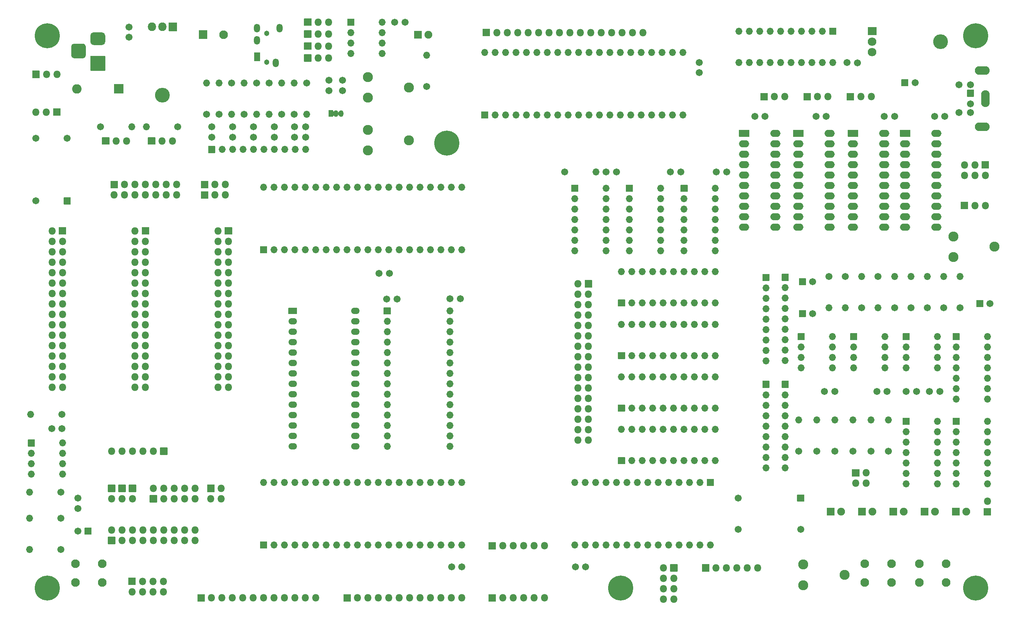
<source format=gbs>
G04 #@! TF.GenerationSoftware,KiCad,Pcbnew,(5.1.9)-1*
G04 #@! TF.CreationDate,2023-05-01T09:57:02+01:00*
G04 #@! TF.ProjectId,AT_65C02_Computer_Rev003,41545f36-3543-4303-925f-436f6d707574,Rev003*
G04 #@! TF.SameCoordinates,Original*
G04 #@! TF.FileFunction,Soldermask,Bot*
G04 #@! TF.FilePolarity,Negative*
%FSLAX46Y46*%
G04 Gerber Fmt 4.6, Leading zero omitted, Abs format (unit mm)*
G04 Created by KiCad (PCBNEW (5.1.9)-1) date 2023-05-01 09:57:02*
%MOMM*%
%LPD*%
G01*
G04 APERTURE LIST*
%ADD10O,2.102000X1.542000*%
%ADD11O,1.802000X1.802000*%
%ADD12C,6.102000*%
%ADD13C,1.702000*%
%ADD14C,2.102000*%
%ADD15O,1.702000X1.702000*%
%ADD16C,2.442000*%
%ADD17O,3.602000X3.602000*%
%ADD18O,2.102000X2.007000*%
%ADD19C,1.902000*%
%ADD20O,2.102000X4.102000*%
%ADD21O,3.602000X2.102000*%
%ADD22O,2.007000X2.102000*%
%ADD23O,2.302000X2.302000*%
%ADD24O,1.502000X2.102000*%
%ADD25C,1.302000*%
%ADD26O,1.152000X1.602000*%
%ADD27O,2.502000X1.702000*%
%ADD28C,0.100000*%
G04 APERTURE END LIST*
D10*
X174205000Y-169660000D03*
X158965000Y-169660000D03*
X174205000Y-167120000D03*
X158965000Y-167120000D03*
X174205000Y-164580000D03*
X158965000Y-164580000D03*
X174205000Y-162040000D03*
X158965000Y-162040000D03*
X174205000Y-159500000D03*
X158965000Y-159500000D03*
X174205000Y-156960000D03*
X158965000Y-156960000D03*
X174205000Y-154420000D03*
X158965000Y-154420000D03*
X174205000Y-151880000D03*
X158965000Y-151880000D03*
X174205000Y-149340000D03*
X158965000Y-149340000D03*
X174205000Y-146800000D03*
X158965000Y-146800000D03*
X174205000Y-144260000D03*
X158965000Y-144260000D03*
X174205000Y-141720000D03*
X158965000Y-141720000D03*
X174205000Y-139180000D03*
X158965000Y-139180000D03*
X174205000Y-136640000D03*
G36*
G01*
X157914000Y-137360000D02*
X157914000Y-135920000D01*
G75*
G02*
X157965000Y-135869000I51000J0D01*
G01*
X159965000Y-135869000D01*
G75*
G02*
X160016000Y-135920000I0J-51000D01*
G01*
X160016000Y-137360000D01*
G75*
G02*
X159965000Y-137411000I-51000J0D01*
G01*
X157965000Y-137411000D01*
G75*
G02*
X157914000Y-137360000I0J51000D01*
G01*
G37*
G36*
G01*
X115740000Y-193481000D02*
X114040000Y-193481000D01*
G75*
G02*
X113989000Y-193430000I0J51000D01*
G01*
X113989000Y-191730000D01*
G75*
G02*
X114040000Y-191679000I51000J0D01*
G01*
X115740000Y-191679000D01*
G75*
G02*
X115791000Y-191730000I0J-51000D01*
G01*
X115791000Y-193430000D01*
G75*
G02*
X115740000Y-193481000I-51000J0D01*
G01*
G37*
D11*
X114890000Y-190040000D03*
X117430000Y-192580000D03*
X117430000Y-190040000D03*
X119970000Y-192580000D03*
X119970000Y-190040000D03*
X122510000Y-192580000D03*
X122510000Y-190040000D03*
X125050000Y-192580000D03*
X125050000Y-190040000D03*
X127590000Y-192580000D03*
X127590000Y-190040000D03*
X130130000Y-192580000D03*
X130130000Y-190040000D03*
X132670000Y-192580000D03*
X132670000Y-190040000D03*
X135210000Y-192580000D03*
X135210000Y-190040000D03*
D12*
X196490000Y-95700000D03*
X238865000Y-204210000D03*
D13*
X119145000Y-69915000D03*
X119145000Y-67415000D03*
D14*
X112565000Y-198275000D03*
X112565000Y-202775000D03*
X106065000Y-198275000D03*
X106065000Y-202775000D03*
X318044000Y-198275000D03*
X318044000Y-202775000D03*
X311544000Y-198275000D03*
X311544000Y-202775000D03*
X304804000Y-198275000D03*
X304804000Y-202775000D03*
X298304000Y-198275000D03*
X298304000Y-202775000D03*
D11*
X299855000Y-84410000D03*
X297315000Y-84410000D03*
G36*
G01*
X295625000Y-85311000D02*
X293925000Y-85311000D01*
G75*
G02*
X293874000Y-85260000I0J51000D01*
G01*
X293874000Y-83560000D01*
G75*
G02*
X293925000Y-83509000I51000J0D01*
G01*
X295625000Y-83509000D01*
G75*
G02*
X295676000Y-83560000I0J-51000D01*
G01*
X295676000Y-85260000D01*
G75*
G02*
X295625000Y-85311000I-51000J0D01*
G01*
G37*
X289335000Y-84410000D03*
X286795000Y-84410000D03*
G36*
G01*
X285105000Y-85311000D02*
X283405000Y-85311000D01*
G75*
G02*
X283354000Y-85260000I0J51000D01*
G01*
X283354000Y-83560000D01*
G75*
G02*
X283405000Y-83509000I51000J0D01*
G01*
X285105000Y-83509000D01*
G75*
G02*
X285156000Y-83560000I0J-51000D01*
G01*
X285156000Y-85260000D01*
G75*
G02*
X285105000Y-85311000I-51000J0D01*
G01*
G37*
X278815000Y-84410000D03*
X276275000Y-84410000D03*
G36*
G01*
X274585000Y-85311000D02*
X272885000Y-85311000D01*
G75*
G02*
X272834000Y-85260000I0J51000D01*
G01*
X272834000Y-83560000D01*
G75*
G02*
X272885000Y-83509000I51000J0D01*
G01*
X274585000Y-83509000D01*
G75*
G02*
X274636000Y-83560000I0J-51000D01*
G01*
X274636000Y-85260000D01*
G75*
G02*
X274585000Y-85311000I-51000J0D01*
G01*
G37*
X228445000Y-168110000D03*
X230985000Y-168110000D03*
X228445000Y-165570000D03*
X230985000Y-165570000D03*
X228445000Y-163030000D03*
X230985000Y-163030000D03*
X228445000Y-160490000D03*
X230985000Y-160490000D03*
X228445000Y-157950000D03*
X230985000Y-157950000D03*
X228445000Y-155410000D03*
X230985000Y-155410000D03*
X228445000Y-152870000D03*
X230985000Y-152870000D03*
X228445000Y-150330000D03*
X230985000Y-150330000D03*
X228445000Y-147790000D03*
X230985000Y-147790000D03*
X228445000Y-145250000D03*
X230985000Y-145250000D03*
X228445000Y-142710000D03*
X230985000Y-142710000D03*
X228445000Y-140170000D03*
X230985000Y-140170000D03*
X228445000Y-137630000D03*
X230985000Y-137630000D03*
X228445000Y-135090000D03*
X230985000Y-135090000D03*
X228445000Y-132550000D03*
X230985000Y-132550000D03*
X228445000Y-130010000D03*
G36*
G01*
X230084000Y-130860000D02*
X230084000Y-129160000D01*
G75*
G02*
X230135000Y-129109000I51000J0D01*
G01*
X231835000Y-129109000D01*
G75*
G02*
X231886000Y-129160000I0J-51000D01*
G01*
X231886000Y-130860000D01*
G75*
G02*
X231835000Y-130911000I-51000J0D01*
G01*
X230135000Y-130911000D01*
G75*
G02*
X230084000Y-130860000I0J51000D01*
G01*
G37*
D15*
X239045000Y-139876666D03*
X261905000Y-147496666D03*
X241585000Y-139876666D03*
X259365000Y-147496666D03*
X244125000Y-139876666D03*
X256825000Y-147496666D03*
X246665000Y-139876666D03*
X254285000Y-147496666D03*
X249205000Y-139876666D03*
X251745000Y-147496666D03*
X251745000Y-139876666D03*
X249205000Y-147496666D03*
X254285000Y-139876666D03*
X246665000Y-147496666D03*
X256825000Y-139876666D03*
X244125000Y-147496666D03*
X259365000Y-139876666D03*
X241585000Y-147496666D03*
X261905000Y-139876666D03*
G36*
G01*
X239845000Y-148347666D02*
X238245000Y-148347666D01*
G75*
G02*
X238194000Y-148296666I0J51000D01*
G01*
X238194000Y-146696666D01*
G75*
G02*
X238245000Y-146645666I51000J0D01*
G01*
X239845000Y-146645666D01*
G75*
G02*
X239896000Y-146696666I0J-51000D01*
G01*
X239896000Y-148296666D01*
G75*
G02*
X239845000Y-148347666I-51000J0D01*
G01*
G37*
X239045000Y-127060000D03*
X261905000Y-134680000D03*
X241585000Y-127060000D03*
X259365000Y-134680000D03*
X244125000Y-127060000D03*
X256825000Y-134680000D03*
X246665000Y-127060000D03*
X254285000Y-134680000D03*
X249205000Y-127060000D03*
X251745000Y-134680000D03*
X251745000Y-127060000D03*
X249205000Y-134680000D03*
X254285000Y-127060000D03*
X246665000Y-134680000D03*
X256825000Y-127060000D03*
X244125000Y-134680000D03*
X259365000Y-127060000D03*
X241585000Y-134680000D03*
X261905000Y-127060000D03*
G36*
G01*
X239845000Y-135531000D02*
X238245000Y-135531000D01*
G75*
G02*
X238194000Y-135480000I0J51000D01*
G01*
X238194000Y-133880000D01*
G75*
G02*
X238245000Y-133829000I51000J0D01*
G01*
X239845000Y-133829000D01*
G75*
G02*
X239896000Y-133880000I0J-51000D01*
G01*
X239896000Y-135480000D01*
G75*
G02*
X239845000Y-135531000I-51000J0D01*
G01*
G37*
X239045000Y-152693332D03*
X261905000Y-160313332D03*
X241585000Y-152693332D03*
X259365000Y-160313332D03*
X244125000Y-152693332D03*
X256825000Y-160313332D03*
X246665000Y-152693332D03*
X254285000Y-160313332D03*
X249205000Y-152693332D03*
X251745000Y-160313332D03*
X251745000Y-152693332D03*
X249205000Y-160313332D03*
X254285000Y-152693332D03*
X246665000Y-160313332D03*
X256825000Y-152693332D03*
X244125000Y-160313332D03*
X259365000Y-152693332D03*
X241585000Y-160313332D03*
X261905000Y-152693332D03*
G36*
G01*
X239845000Y-161164332D02*
X238245000Y-161164332D01*
G75*
G02*
X238194000Y-161113332I0J51000D01*
G01*
X238194000Y-159513332D01*
G75*
G02*
X238245000Y-159462332I51000J0D01*
G01*
X239845000Y-159462332D01*
G75*
G02*
X239896000Y-159513332I0J-51000D01*
G01*
X239896000Y-161113332D01*
G75*
G02*
X239845000Y-161164332I-51000J0D01*
G01*
G37*
X239045000Y-165510000D03*
X261905000Y-173130000D03*
X241585000Y-165510000D03*
X259365000Y-173130000D03*
X244125000Y-165510000D03*
X256825000Y-173130000D03*
X246665000Y-165510000D03*
X254285000Y-173130000D03*
X249205000Y-165510000D03*
X251745000Y-173130000D03*
X251745000Y-165510000D03*
X249205000Y-173130000D03*
X254285000Y-165510000D03*
X246665000Y-173130000D03*
X256825000Y-165510000D03*
X244125000Y-173130000D03*
X259365000Y-165510000D03*
X241585000Y-173130000D03*
X261905000Y-165510000D03*
G36*
G01*
X239845000Y-173981000D02*
X238245000Y-173981000D01*
G75*
G02*
X238194000Y-173930000I0J51000D01*
G01*
X238194000Y-172330000D01*
G75*
G02*
X238245000Y-172279000I51000J0D01*
G01*
X239845000Y-172279000D01*
G75*
G02*
X239896000Y-172330000I0J-51000D01*
G01*
X239896000Y-173930000D01*
G75*
G02*
X239845000Y-173981000I-51000J0D01*
G01*
G37*
D16*
X319885000Y-118480000D03*
X329885000Y-120980000D03*
X319885000Y-123480000D03*
D11*
X220255000Y-206560000D03*
X217715000Y-206560000D03*
X215175000Y-206560000D03*
X212635000Y-206560000D03*
X210095000Y-206560000D03*
G36*
G01*
X208405000Y-207461000D02*
X206705000Y-207461000D01*
G75*
G02*
X206654000Y-207410000I0J51000D01*
G01*
X206654000Y-205710000D01*
G75*
G02*
X206705000Y-205659000I51000J0D01*
G01*
X208405000Y-205659000D01*
G75*
G02*
X208456000Y-205710000I0J-51000D01*
G01*
X208456000Y-207410000D01*
G75*
G02*
X208405000Y-207461000I-51000J0D01*
G01*
G37*
G36*
G01*
X208405000Y-194761000D02*
X206705000Y-194761000D01*
G75*
G02*
X206654000Y-194710000I0J51000D01*
G01*
X206654000Y-193010000D01*
G75*
G02*
X206705000Y-192959000I51000J0D01*
G01*
X208405000Y-192959000D01*
G75*
G02*
X208456000Y-193010000I0J-51000D01*
G01*
X208456000Y-194710000D01*
G75*
G02*
X208405000Y-194761000I-51000J0D01*
G01*
G37*
X210095000Y-193860000D03*
X212635000Y-193860000D03*
X215175000Y-193860000D03*
X217715000Y-193860000D03*
X220255000Y-193860000D03*
X249245000Y-206870000D03*
X251785000Y-206870000D03*
X249245000Y-204330000D03*
X251785000Y-204330000D03*
X249245000Y-201790000D03*
X251785000Y-201790000D03*
X249245000Y-199250000D03*
G36*
G01*
X250884000Y-200100000D02*
X250884000Y-198400000D01*
G75*
G02*
X250935000Y-198349000I51000J0D01*
G01*
X252635000Y-198349000D01*
G75*
G02*
X252686000Y-198400000I0J-51000D01*
G01*
X252686000Y-200100000D01*
G75*
G02*
X252635000Y-200151000I-51000J0D01*
G01*
X250935000Y-200151000D01*
G75*
G02*
X250884000Y-200100000I0J51000D01*
G01*
G37*
D17*
X316725000Y-70960000D03*
G36*
G01*
X299065000Y-67416500D02*
X301065000Y-67416500D01*
G75*
G02*
X301116000Y-67467500I0J-51000D01*
G01*
X301116000Y-69372500D01*
G75*
G02*
X301065000Y-69423500I-51000J0D01*
G01*
X299065000Y-69423500D01*
G75*
G02*
X299014000Y-69372500I0J51000D01*
G01*
X299014000Y-67467500D01*
G75*
G02*
X299065000Y-67416500I51000J0D01*
G01*
G37*
D18*
X300065000Y-70960000D03*
X300065000Y-73500000D03*
G36*
G01*
X152705000Y-194511000D02*
X151105000Y-194511000D01*
G75*
G02*
X151054000Y-194460000I0J51000D01*
G01*
X151054000Y-192860000D01*
G75*
G02*
X151105000Y-192809000I51000J0D01*
G01*
X152705000Y-192809000D01*
G75*
G02*
X152756000Y-192860000I0J-51000D01*
G01*
X152756000Y-194460000D01*
G75*
G02*
X152705000Y-194511000I-51000J0D01*
G01*
G37*
D15*
X200165000Y-178420000D03*
X154445000Y-193660000D03*
X197625000Y-178420000D03*
X156985000Y-193660000D03*
X195085000Y-178420000D03*
X159525000Y-193660000D03*
X192545000Y-178420000D03*
X162065000Y-193660000D03*
X190005000Y-178420000D03*
X164605000Y-193660000D03*
X187465000Y-178420000D03*
X167145000Y-193660000D03*
X184925000Y-178420000D03*
X169685000Y-193660000D03*
X182385000Y-178420000D03*
X172225000Y-193660000D03*
X179845000Y-178420000D03*
X174765000Y-193660000D03*
X177305000Y-178420000D03*
X177305000Y-193660000D03*
X174765000Y-178420000D03*
X179845000Y-193660000D03*
X172225000Y-178420000D03*
X182385000Y-193660000D03*
X169685000Y-178420000D03*
X184925000Y-193660000D03*
X167145000Y-178420000D03*
X187465000Y-193660000D03*
X164605000Y-178420000D03*
X190005000Y-193660000D03*
X162065000Y-178420000D03*
X192545000Y-193660000D03*
X159525000Y-178420000D03*
X195085000Y-193660000D03*
X156985000Y-178420000D03*
X197625000Y-193660000D03*
X154445000Y-178420000D03*
X200165000Y-193660000D03*
X151905000Y-178420000D03*
G36*
G01*
X259865000Y-177609000D02*
X261465000Y-177609000D01*
G75*
G02*
X261516000Y-177660000I0J-51000D01*
G01*
X261516000Y-179260000D01*
G75*
G02*
X261465000Y-179311000I-51000J0D01*
G01*
X259865000Y-179311000D01*
G75*
G02*
X259814000Y-179260000I0J51000D01*
G01*
X259814000Y-177660000D01*
G75*
G02*
X259865000Y-177609000I51000J0D01*
G01*
G37*
X227645000Y-193700000D03*
X258125000Y-178460000D03*
X230185000Y-193700000D03*
X255585000Y-178460000D03*
X232725000Y-193700000D03*
X253045000Y-178460000D03*
X235265000Y-193700000D03*
X250505000Y-178460000D03*
X237805000Y-193700000D03*
X247965000Y-178460000D03*
X240345000Y-193700000D03*
X245425000Y-178460000D03*
X242885000Y-193700000D03*
X242885000Y-178460000D03*
X245425000Y-193700000D03*
X240345000Y-178460000D03*
X247965000Y-193700000D03*
X237805000Y-178460000D03*
X250505000Y-193700000D03*
X235265000Y-178460000D03*
X253045000Y-193700000D03*
X232725000Y-178460000D03*
X255585000Y-193700000D03*
X230185000Y-178460000D03*
X258125000Y-193700000D03*
X227645000Y-178460000D03*
X260665000Y-193700000D03*
X151905000Y-106460000D03*
X200165000Y-121700000D03*
X154445000Y-106460000D03*
X197625000Y-121700000D03*
X156985000Y-106460000D03*
X195085000Y-121700000D03*
X159525000Y-106460000D03*
X192545000Y-121700000D03*
X162065000Y-106460000D03*
X190005000Y-121700000D03*
X164605000Y-106460000D03*
X187465000Y-121700000D03*
X167145000Y-106460000D03*
X184925000Y-121700000D03*
X169685000Y-106460000D03*
X182385000Y-121700000D03*
X172225000Y-106460000D03*
X179845000Y-121700000D03*
X174765000Y-106460000D03*
X177305000Y-121700000D03*
X177305000Y-106460000D03*
X174765000Y-121700000D03*
X179845000Y-106460000D03*
X172225000Y-121700000D03*
X182385000Y-106460000D03*
X169685000Y-121700000D03*
X184925000Y-106460000D03*
X167145000Y-121700000D03*
X187465000Y-106460000D03*
X164605000Y-121700000D03*
X190005000Y-106460000D03*
X162065000Y-121700000D03*
X192545000Y-106460000D03*
X159525000Y-121700000D03*
X195085000Y-106460000D03*
X156985000Y-121700000D03*
X197625000Y-106460000D03*
X154445000Y-121700000D03*
X200165000Y-106460000D03*
G36*
G01*
X152705000Y-122551000D02*
X151105000Y-122551000D01*
G75*
G02*
X151054000Y-122500000I0J51000D01*
G01*
X151054000Y-120900000D01*
G75*
G02*
X151105000Y-120849000I51000J0D01*
G01*
X152705000Y-120849000D01*
G75*
G02*
X152756000Y-120900000I0J-51000D01*
G01*
X152756000Y-122500000D01*
G75*
G02*
X152705000Y-122551000I-51000J0D01*
G01*
G37*
G36*
G01*
X206525000Y-89711000D02*
X204925000Y-89711000D01*
G75*
G02*
X204874000Y-89660000I0J51000D01*
G01*
X204874000Y-88060000D01*
G75*
G02*
X204925000Y-88009000I51000J0D01*
G01*
X206525000Y-88009000D01*
G75*
G02*
X206576000Y-88060000I0J-51000D01*
G01*
X206576000Y-89660000D01*
G75*
G02*
X206525000Y-89711000I-51000J0D01*
G01*
G37*
X253985000Y-73620000D03*
X208265000Y-88860000D03*
X251445000Y-73620000D03*
X210805000Y-88860000D03*
X248905000Y-73620000D03*
X213345000Y-88860000D03*
X246365000Y-73620000D03*
X215885000Y-88860000D03*
X243825000Y-73620000D03*
X218425000Y-88860000D03*
X241285000Y-73620000D03*
X220965000Y-88860000D03*
X238745000Y-73620000D03*
X223505000Y-88860000D03*
X236205000Y-73620000D03*
X226045000Y-88860000D03*
X233665000Y-73620000D03*
X228585000Y-88860000D03*
X231125000Y-73620000D03*
X231125000Y-88860000D03*
X228585000Y-73620000D03*
X233665000Y-88860000D03*
X226045000Y-73620000D03*
X236205000Y-88860000D03*
X223505000Y-73620000D03*
X238745000Y-88860000D03*
X220965000Y-73620000D03*
X241285000Y-88860000D03*
X218425000Y-73620000D03*
X243825000Y-88860000D03*
X215885000Y-73620000D03*
X246365000Y-88860000D03*
X213345000Y-73620000D03*
X248905000Y-88860000D03*
X210805000Y-73620000D03*
X251445000Y-88860000D03*
X208265000Y-73620000D03*
X253985000Y-88860000D03*
X205725000Y-73620000D03*
D19*
X192015000Y-69280000D03*
G36*
G01*
X188524000Y-70180000D02*
X188524000Y-68380000D01*
G75*
G02*
X188575000Y-68329000I51000J0D01*
G01*
X190375000Y-68329000D01*
G75*
G02*
X190426000Y-68380000I0J-51000D01*
G01*
X190426000Y-70180000D01*
G75*
G02*
X190375000Y-70231000I-51000J0D01*
G01*
X188575000Y-70231000D01*
G75*
G02*
X188524000Y-70180000I0J51000D01*
G01*
G37*
D13*
X230305000Y-198990000D03*
X227805000Y-198990000D03*
D11*
X272235000Y-199250000D03*
X269695000Y-199250000D03*
X267155000Y-199250000D03*
X264615000Y-199250000D03*
X262075000Y-199250000D03*
G36*
G01*
X260385000Y-200151000D02*
X258685000Y-200151000D01*
G75*
G02*
X258634000Y-200100000I0J51000D01*
G01*
X258634000Y-198400000D01*
G75*
G02*
X258685000Y-198349000I51000J0D01*
G01*
X260385000Y-198349000D01*
G75*
G02*
X260436000Y-198400000I0J-51000D01*
G01*
X260436000Y-200100000D01*
G75*
G02*
X260385000Y-200151000I-51000J0D01*
G01*
G37*
D16*
X177245000Y-79640000D03*
X187245000Y-82140000D03*
X177245000Y-84640000D03*
G36*
G01*
X289715000Y-67569000D02*
X291315000Y-67569000D01*
G75*
G02*
X291366000Y-67620000I0J-51000D01*
G01*
X291366000Y-69220000D01*
G75*
G02*
X291315000Y-69271000I-51000J0D01*
G01*
X289715000Y-69271000D01*
G75*
G02*
X289664000Y-69220000I0J51000D01*
G01*
X289664000Y-67620000D01*
G75*
G02*
X289715000Y-67569000I51000J0D01*
G01*
G37*
D15*
X267655000Y-76040000D03*
X287975000Y-68420000D03*
X270195000Y-76040000D03*
X285435000Y-68420000D03*
X272735000Y-76040000D03*
X282895000Y-68420000D03*
X275275000Y-76040000D03*
X280355000Y-68420000D03*
X277815000Y-76040000D03*
X277815000Y-68420000D03*
X280355000Y-76040000D03*
X275275000Y-68420000D03*
X282895000Y-76040000D03*
X272735000Y-68420000D03*
X285435000Y-76040000D03*
X270195000Y-68420000D03*
X287975000Y-76040000D03*
X267655000Y-68420000D03*
X290515000Y-76040000D03*
D13*
X253485000Y-102760000D03*
X250985000Y-102760000D03*
D12*
X99225000Y-204210000D03*
X99225000Y-69590000D03*
X325285000Y-69590000D03*
X325285000Y-204210000D03*
D11*
X244225000Y-68760000D03*
X241685000Y-68760000D03*
X239145000Y-68760000D03*
X236605000Y-68760000D03*
X234065000Y-68760000D03*
X231525000Y-68760000D03*
X228985000Y-68760000D03*
X226445000Y-68760000D03*
X223905000Y-68760000D03*
X221365000Y-68760000D03*
X218825000Y-68760000D03*
X216285000Y-68760000D03*
X213745000Y-68760000D03*
X211205000Y-68760000D03*
X208665000Y-68760000D03*
G36*
G01*
X206975000Y-69661000D02*
X205275000Y-69661000D01*
G75*
G02*
X205224000Y-69610000I0J51000D01*
G01*
X205224000Y-67910000D01*
G75*
G02*
X205275000Y-67859000I51000J0D01*
G01*
X206975000Y-67859000D01*
G75*
G02*
X207026000Y-67910000I0J-51000D01*
G01*
X207026000Y-69610000D01*
G75*
G02*
X206975000Y-69661000I-51000J0D01*
G01*
G37*
D13*
X182497000Y-127502000D03*
X179997000Y-127502000D03*
X106655000Y-182270000D03*
X106655000Y-184770000D03*
X181895000Y-133710000D03*
X184395000Y-133710000D03*
X102815000Y-165290000D03*
X100315000Y-165290000D03*
X197275000Y-133670000D03*
X199775000Y-133670000D03*
X293955000Y-76040000D03*
X296455000Y-76170000D03*
G36*
G01*
X110006000Y-189510000D02*
X110006000Y-191110000D01*
G75*
G02*
X109955000Y-191161000I-51000J0D01*
G01*
X108355000Y-191161000D01*
G75*
G02*
X108304000Y-191110000I0J51000D01*
G01*
X108304000Y-189510000D01*
G75*
G02*
X108355000Y-189459000I51000J0D01*
G01*
X109955000Y-189459000D01*
G75*
G02*
X110006000Y-189510000I0J-51000D01*
G01*
G37*
X106655000Y-190310000D03*
X237785000Y-102760000D03*
X235285000Y-102760000D03*
X200165000Y-198990000D03*
X197665000Y-198990000D03*
X257935000Y-78560000D03*
X257935000Y-76060000D03*
X264655000Y-102760000D03*
X262155000Y-102760000D03*
G36*
G01*
X102004000Y-117960000D02*
X102004000Y-116260000D01*
G75*
G02*
X102055000Y-116209000I51000J0D01*
G01*
X103755000Y-116209000D01*
G75*
G02*
X103806000Y-116260000I0J-51000D01*
G01*
X103806000Y-117960000D01*
G75*
G02*
X103755000Y-118011000I-51000J0D01*
G01*
X102055000Y-118011000D01*
G75*
G02*
X102004000Y-117960000I0J51000D01*
G01*
G37*
D11*
X100365000Y-117110000D03*
X102905000Y-119650000D03*
X100365000Y-119650000D03*
X102905000Y-122190000D03*
X100365000Y-122190000D03*
X102905000Y-124730000D03*
X100365000Y-124730000D03*
X102905000Y-127270000D03*
X100365000Y-127270000D03*
X102905000Y-129810000D03*
X100365000Y-129810000D03*
X102905000Y-132350000D03*
X100365000Y-132350000D03*
X102905000Y-134890000D03*
X100365000Y-134890000D03*
X102905000Y-137430000D03*
X100365000Y-137430000D03*
X102905000Y-139970000D03*
X100365000Y-139970000D03*
X102905000Y-142510000D03*
X100365000Y-142510000D03*
X102905000Y-145050000D03*
X100365000Y-145050000D03*
X102905000Y-147590000D03*
X100365000Y-147590000D03*
X102905000Y-150130000D03*
X100365000Y-150130000D03*
X102905000Y-152670000D03*
X100365000Y-152670000D03*
X102905000Y-155210000D03*
X100365000Y-155210000D03*
D20*
X327665000Y-84860000D03*
D13*
X321215000Y-88260000D03*
X321215000Y-81460000D03*
X324015000Y-88260000D03*
X324015000Y-81460000D03*
X324015000Y-86160000D03*
G36*
G01*
X324815000Y-84411000D02*
X323215000Y-84411000D01*
G75*
G02*
X323164000Y-84360000I0J51000D01*
G01*
X323164000Y-82760000D01*
G75*
G02*
X323215000Y-82709000I51000J0D01*
G01*
X324815000Y-82709000D01*
G75*
G02*
X324866000Y-82760000I0J-51000D01*
G01*
X324866000Y-84360000D01*
G75*
G02*
X324815000Y-84411000I-51000J0D01*
G01*
G37*
D21*
X326865000Y-78010000D03*
X326865000Y-91710000D03*
D15*
X119784000Y-91740000D03*
D13*
X112164000Y-91740000D03*
X130960000Y-91740000D03*
D15*
X123340000Y-91740000D03*
D13*
X102535000Y-180830000D03*
D15*
X94915000Y-180830000D03*
D13*
X102795000Y-161860000D03*
D15*
X95175000Y-161860000D03*
X94925000Y-187180000D03*
D13*
X102545000Y-187180000D03*
D15*
X94925000Y-194760000D03*
D13*
X102545000Y-194760000D03*
G36*
G01*
X181134000Y-137440000D02*
X181134000Y-135840000D01*
G75*
G02*
X181185000Y-135789000I51000J0D01*
G01*
X182785000Y-135789000D01*
G75*
G02*
X182836000Y-135840000I0J-51000D01*
G01*
X182836000Y-137440000D01*
G75*
G02*
X182785000Y-137491000I-51000J0D01*
G01*
X181185000Y-137491000D01*
G75*
G02*
X181134000Y-137440000I0J51000D01*
G01*
G37*
D15*
X197225000Y-169660000D03*
X181985000Y-139180000D03*
X197225000Y-167120000D03*
X181985000Y-141720000D03*
X197225000Y-164580000D03*
X181985000Y-144260000D03*
X197225000Y-162040000D03*
X181985000Y-146800000D03*
X197225000Y-159500000D03*
X181985000Y-149340000D03*
X197225000Y-156960000D03*
X181985000Y-151880000D03*
X197225000Y-154420000D03*
X181985000Y-154420000D03*
X197225000Y-151880000D03*
X181985000Y-156960000D03*
X197225000Y-149340000D03*
X181985000Y-159500000D03*
X197225000Y-146800000D03*
X181985000Y-162040000D03*
X197225000Y-144260000D03*
X181985000Y-164580000D03*
X197225000Y-141720000D03*
X181985000Y-167120000D03*
X197225000Y-139180000D03*
X181985000Y-169660000D03*
X197225000Y-136640000D03*
X248585000Y-106730000D03*
X240965000Y-121970000D03*
X248585000Y-109270000D03*
X240965000Y-119430000D03*
X248585000Y-111810000D03*
X240965000Y-116890000D03*
X248585000Y-114350000D03*
X240965000Y-114350000D03*
X248585000Y-116890000D03*
X240965000Y-111810000D03*
X248585000Y-119430000D03*
X240965000Y-109270000D03*
X248585000Y-121970000D03*
G36*
G01*
X240114000Y-107530000D02*
X240114000Y-105930000D01*
G75*
G02*
X240165000Y-105879000I51000J0D01*
G01*
X241765000Y-105879000D01*
G75*
G02*
X241816000Y-105930000I0J-51000D01*
G01*
X241816000Y-107530000D01*
G75*
G02*
X241765000Y-107581000I-51000J0D01*
G01*
X240165000Y-107581000D01*
G75*
G02*
X240114000Y-107530000I0J51000D01*
G01*
G37*
X261905000Y-106730000D03*
X254285000Y-121970000D03*
X261905000Y-109270000D03*
X254285000Y-119430000D03*
X261905000Y-111810000D03*
X254285000Y-116890000D03*
X261905000Y-114350000D03*
X254285000Y-114350000D03*
X261905000Y-116890000D03*
X254285000Y-111810000D03*
X261905000Y-119430000D03*
X254285000Y-109270000D03*
X261905000Y-121970000D03*
G36*
G01*
X253434000Y-107530000D02*
X253434000Y-105930000D01*
G75*
G02*
X253485000Y-105879000I51000J0D01*
G01*
X255085000Y-105879000D01*
G75*
G02*
X255136000Y-105930000I0J-51000D01*
G01*
X255136000Y-107530000D01*
G75*
G02*
X255085000Y-107581000I-51000J0D01*
G01*
X253485000Y-107581000D01*
G75*
G02*
X253434000Y-107530000I0J51000D01*
G01*
G37*
G36*
G01*
X94494000Y-169620000D02*
X94494000Y-168020000D01*
G75*
G02*
X94545000Y-167969000I51000J0D01*
G01*
X96145000Y-167969000D01*
G75*
G02*
X96196000Y-168020000I0J-51000D01*
G01*
X96196000Y-169620000D01*
G75*
G02*
X96145000Y-169671000I-51000J0D01*
G01*
X94545000Y-169671000D01*
G75*
G02*
X94494000Y-169620000I0J51000D01*
G01*
G37*
X102965000Y-176440000D03*
X95345000Y-171360000D03*
X102965000Y-173900000D03*
X95345000Y-173900000D03*
X102965000Y-171360000D03*
X95345000Y-176440000D03*
X102965000Y-168820000D03*
G36*
G01*
X226794000Y-107530000D02*
X226794000Y-105930000D01*
G75*
G02*
X226845000Y-105879000I51000J0D01*
G01*
X228445000Y-105879000D01*
G75*
G02*
X228496000Y-105930000I0J-51000D01*
G01*
X228496000Y-107530000D01*
G75*
G02*
X228445000Y-107581000I-51000J0D01*
G01*
X226845000Y-107581000D01*
G75*
G02*
X226794000Y-107530000I0J51000D01*
G01*
G37*
X235265000Y-121970000D03*
X227645000Y-109270000D03*
X235265000Y-119430000D03*
X227645000Y-111810000D03*
X235265000Y-116890000D03*
X227645000Y-114350000D03*
X235265000Y-114350000D03*
X227645000Y-116890000D03*
X235265000Y-111810000D03*
X227645000Y-119430000D03*
X235265000Y-109270000D03*
X227645000Y-121970000D03*
X235265000Y-106730000D03*
G36*
G01*
X104875000Y-110661000D02*
X103275000Y-110661000D01*
G75*
G02*
X103224000Y-110610000I0J51000D01*
G01*
X103224000Y-109010000D01*
G75*
G02*
X103275000Y-108959000I51000J0D01*
G01*
X104875000Y-108959000D01*
G75*
G02*
X104926000Y-109010000I0J-51000D01*
G01*
X104926000Y-110610000D01*
G75*
G02*
X104875000Y-110661000I-51000J0D01*
G01*
G37*
D13*
X96455000Y-109810000D03*
X96455000Y-94570000D03*
X104075000Y-94570000D03*
G36*
G01*
X283506000Y-181440000D02*
X283506000Y-183040000D01*
G75*
G02*
X283455000Y-183091000I-51000J0D01*
G01*
X281855000Y-183091000D01*
G75*
G02*
X281804000Y-183040000I0J51000D01*
G01*
X281804000Y-181440000D01*
G75*
G02*
X281855000Y-181389000I51000J0D01*
G01*
X283455000Y-181389000D01*
G75*
G02*
X283506000Y-181440000I0J-51000D01*
G01*
G37*
X282655000Y-189860000D03*
X267415000Y-189860000D03*
X267415000Y-182240000D03*
G36*
G01*
X100685000Y-87239000D02*
X102385000Y-87239000D01*
G75*
G02*
X102436000Y-87290000I0J-51000D01*
G01*
X102436000Y-88990000D01*
G75*
G02*
X102385000Y-89041000I-51000J0D01*
G01*
X100685000Y-89041000D01*
G75*
G02*
X100634000Y-88990000I0J51000D01*
G01*
X100634000Y-87290000D01*
G75*
G02*
X100685000Y-87239000I51000J0D01*
G01*
G37*
D11*
X98995000Y-88140000D03*
X96455000Y-88140000D03*
X322555000Y-103550000D03*
X322555000Y-101010000D03*
X325095000Y-103550000D03*
X325095000Y-101010000D03*
X327635000Y-103550000D03*
G36*
G01*
X326785000Y-100109000D02*
X328485000Y-100109000D01*
G75*
G02*
X328536000Y-100160000I0J-51000D01*
G01*
X328536000Y-101860000D01*
G75*
G02*
X328485000Y-101911000I-51000J0D01*
G01*
X326785000Y-101911000D01*
G75*
G02*
X326734000Y-101860000I0J51000D01*
G01*
X326734000Y-100160000D01*
G75*
G02*
X326785000Y-100109000I51000J0D01*
G01*
G37*
D15*
X315989000Y-142895000D03*
X308369000Y-150515000D03*
X315989000Y-145435000D03*
X308369000Y-147975000D03*
X315989000Y-147975000D03*
X308369000Y-145435000D03*
X315989000Y-150515000D03*
G36*
G01*
X307518000Y-143695000D02*
X307518000Y-142095000D01*
G75*
G02*
X307569000Y-142044000I51000J0D01*
G01*
X309169000Y-142044000D01*
G75*
G02*
X309220000Y-142095000I0J-51000D01*
G01*
X309220000Y-143695000D01*
G75*
G02*
X309169000Y-143746000I-51000J0D01*
G01*
X307569000Y-143746000D01*
G75*
G02*
X307518000Y-143695000I0J51000D01*
G01*
G37*
D19*
X323014000Y-185565000D03*
G36*
G01*
X319523000Y-186465000D02*
X319523000Y-184665000D01*
G75*
G02*
X319574000Y-184614000I51000J0D01*
G01*
X321374000Y-184614000D01*
G75*
G02*
X321425000Y-184665000I0J-51000D01*
G01*
X321425000Y-186465000D01*
G75*
G02*
X321374000Y-186516000I-51000J0D01*
G01*
X319574000Y-186516000D01*
G75*
G02*
X319523000Y-186465000I0J51000D01*
G01*
G37*
X315394000Y-185565000D03*
G36*
G01*
X311903000Y-186465000D02*
X311903000Y-184665000D01*
G75*
G02*
X311954000Y-184614000I51000J0D01*
G01*
X313754000Y-184614000D01*
G75*
G02*
X313805000Y-184665000I0J-51000D01*
G01*
X313805000Y-186465000D01*
G75*
G02*
X313754000Y-186516000I-51000J0D01*
G01*
X311954000Y-186516000D01*
G75*
G02*
X311903000Y-186465000I0J51000D01*
G01*
G37*
X300154000Y-185565000D03*
G36*
G01*
X296663000Y-186465000D02*
X296663000Y-184665000D01*
G75*
G02*
X296714000Y-184614000I51000J0D01*
G01*
X298514000Y-184614000D01*
G75*
G02*
X298565000Y-184665000I0J-51000D01*
G01*
X298565000Y-186465000D01*
G75*
G02*
X298514000Y-186516000I-51000J0D01*
G01*
X296714000Y-186516000D01*
G75*
G02*
X296663000Y-186465000I0J51000D01*
G01*
G37*
X307774000Y-185565000D03*
G36*
G01*
X304283000Y-186465000D02*
X304283000Y-184665000D01*
G75*
G02*
X304334000Y-184614000I51000J0D01*
G01*
X306134000Y-184614000D01*
G75*
G02*
X306185000Y-184665000I0J-51000D01*
G01*
X306185000Y-186465000D01*
G75*
G02*
X306134000Y-186516000I-51000J0D01*
G01*
X304334000Y-186516000D01*
G75*
G02*
X304283000Y-186465000I0J51000D01*
G01*
G37*
X292534000Y-185565000D03*
G36*
G01*
X289043000Y-186465000D02*
X289043000Y-184665000D01*
G75*
G02*
X289094000Y-184614000I51000J0D01*
G01*
X290894000Y-184614000D01*
G75*
G02*
X290945000Y-184665000I0J-51000D01*
G01*
X290945000Y-186465000D01*
G75*
G02*
X290894000Y-186516000I-51000J0D01*
G01*
X289094000Y-186516000D01*
G75*
G02*
X289043000Y-186465000I0J51000D01*
G01*
G37*
D16*
X283319000Y-203455000D03*
X293319000Y-200955000D03*
X283319000Y-198455000D03*
D15*
X299774000Y-163215000D03*
D13*
X299774000Y-170835000D03*
G36*
G01*
X282228000Y-138070000D02*
X282228000Y-136470000D01*
G75*
G02*
X282279000Y-136419000I51000J0D01*
G01*
X283879000Y-136419000D01*
G75*
G02*
X283930000Y-136470000I0J-51000D01*
G01*
X283930000Y-138070000D01*
G75*
G02*
X283879000Y-138121000I-51000J0D01*
G01*
X282279000Y-138121000D01*
G75*
G02*
X282228000Y-138070000I0J51000D01*
G01*
G37*
X285579000Y-137270000D03*
X285579000Y-129515000D03*
G36*
G01*
X282228000Y-130315000D02*
X282228000Y-128715000D01*
G75*
G02*
X282279000Y-128664000I51000J0D01*
G01*
X283879000Y-128664000D01*
G75*
G02*
X283930000Y-128715000I0J-51000D01*
G01*
X283930000Y-130315000D01*
G75*
G02*
X283879000Y-130366000I-51000J0D01*
G01*
X282279000Y-130366000D01*
G75*
G02*
X282228000Y-130315000I0J51000D01*
G01*
G37*
X289574000Y-128205000D03*
D15*
X289574000Y-135825000D03*
X293559000Y-135825000D03*
D13*
X293559000Y-128205000D03*
D15*
X282214000Y-163215000D03*
D13*
X282214000Y-170835000D03*
X309499000Y-135825000D03*
D15*
X309499000Y-128205000D03*
D13*
X321454000Y-135825000D03*
D15*
X321454000Y-128205000D03*
X295384000Y-163215000D03*
D13*
X295384000Y-170835000D03*
D15*
X317469000Y-128205000D03*
D13*
X317469000Y-135825000D03*
X301529000Y-128205000D03*
D15*
X301529000Y-135825000D03*
D13*
X297544000Y-135825000D03*
D15*
X297544000Y-128205000D03*
X286604000Y-163215000D03*
D13*
X286604000Y-170835000D03*
X313484000Y-135825000D03*
D15*
X313484000Y-128205000D03*
D13*
X305514000Y-135825000D03*
D15*
X305514000Y-128205000D03*
X290994000Y-163215000D03*
D13*
X290994000Y-170835000D03*
G36*
G01*
X319668000Y-164325000D02*
X319668000Y-162725000D01*
G75*
G02*
X319719000Y-162674000I51000J0D01*
G01*
X321319000Y-162674000D01*
G75*
G02*
X321370000Y-162725000I0J-51000D01*
G01*
X321370000Y-164325000D01*
G75*
G02*
X321319000Y-164376000I-51000J0D01*
G01*
X319719000Y-164376000D01*
G75*
G02*
X319668000Y-164325000I0J51000D01*
G01*
G37*
D15*
X328139000Y-178765000D03*
X320519000Y-166065000D03*
X328139000Y-176225000D03*
X320519000Y-168605000D03*
X328139000Y-173685000D03*
X320519000Y-171145000D03*
X328139000Y-171145000D03*
X320519000Y-173685000D03*
X328139000Y-168605000D03*
X320519000Y-176225000D03*
X328139000Y-166065000D03*
X320519000Y-178765000D03*
X328139000Y-163525000D03*
G36*
G01*
X281958000Y-143695000D02*
X281958000Y-142095000D01*
G75*
G02*
X282009000Y-142044000I51000J0D01*
G01*
X283609000Y-142044000D01*
G75*
G02*
X283660000Y-142095000I0J-51000D01*
G01*
X283660000Y-143695000D01*
G75*
G02*
X283609000Y-143746000I-51000J0D01*
G01*
X282009000Y-143746000D01*
G75*
G02*
X281958000Y-143695000I0J51000D01*
G01*
G37*
X290429000Y-150515000D03*
X282809000Y-145435000D03*
X290429000Y-147975000D03*
X282809000Y-147975000D03*
X290429000Y-145435000D03*
X282809000Y-150515000D03*
X290429000Y-142895000D03*
X315989000Y-163525000D03*
X308369000Y-178765000D03*
X315989000Y-166065000D03*
X308369000Y-176225000D03*
X315989000Y-168605000D03*
X308369000Y-173685000D03*
X315989000Y-171145000D03*
X308369000Y-171145000D03*
X315989000Y-173685000D03*
X308369000Y-168605000D03*
X315989000Y-176225000D03*
X308369000Y-166065000D03*
X315989000Y-178765000D03*
G36*
G01*
X307518000Y-164325000D02*
X307518000Y-162725000D01*
G75*
G02*
X307569000Y-162674000I51000J0D01*
G01*
X309169000Y-162674000D01*
G75*
G02*
X309220000Y-162725000I0J-51000D01*
G01*
X309220000Y-164325000D01*
G75*
G02*
X309169000Y-164376000I-51000J0D01*
G01*
X307569000Y-164376000D01*
G75*
G02*
X307518000Y-164325000I0J51000D01*
G01*
G37*
G36*
G01*
X319668000Y-143695000D02*
X319668000Y-142095000D01*
G75*
G02*
X319719000Y-142044000I51000J0D01*
G01*
X321319000Y-142044000D01*
G75*
G02*
X321370000Y-142095000I0J-51000D01*
G01*
X321370000Y-143695000D01*
G75*
G02*
X321319000Y-143746000I-51000J0D01*
G01*
X319719000Y-143746000D01*
G75*
G02*
X319668000Y-143695000I0J51000D01*
G01*
G37*
X328139000Y-158135000D03*
X320519000Y-145435000D03*
X328139000Y-155595000D03*
X320519000Y-147975000D03*
X328139000Y-153055000D03*
X320519000Y-150515000D03*
X328139000Y-150515000D03*
X320519000Y-153055000D03*
X328139000Y-147975000D03*
X320519000Y-155595000D03*
X328139000Y-145435000D03*
X320519000Y-158135000D03*
X328139000Y-142895000D03*
X303209000Y-142895000D03*
X295589000Y-150515000D03*
X303209000Y-145435000D03*
X295589000Y-147975000D03*
X303209000Y-147975000D03*
X295589000Y-145435000D03*
X303209000Y-150515000D03*
G36*
G01*
X294738000Y-143695000D02*
X294738000Y-142095000D01*
G75*
G02*
X294789000Y-142044000I51000J0D01*
G01*
X296389000Y-142044000D01*
G75*
G02*
X296440000Y-142095000I0J-51000D01*
G01*
X296440000Y-143695000D01*
G75*
G02*
X296389000Y-143746000I-51000J0D01*
G01*
X294789000Y-143746000D01*
G75*
G02*
X294738000Y-143695000I0J51000D01*
G01*
G37*
D13*
X304029000Y-170835000D03*
D15*
X304029000Y-163215000D03*
G36*
G01*
X325438000Y-135610000D02*
X325438000Y-134010000D01*
G75*
G02*
X325489000Y-133959000I51000J0D01*
G01*
X327089000Y-133959000D01*
G75*
G02*
X327140000Y-134010000I0J-51000D01*
G01*
X327140000Y-135610000D01*
G75*
G02*
X327089000Y-135661000I-51000J0D01*
G01*
X325489000Y-135661000D01*
G75*
G02*
X325438000Y-135610000I0J51000D01*
G01*
G37*
D13*
X328789000Y-134810000D03*
D15*
X278898000Y-148755000D03*
X278898000Y-146215000D03*
X278898000Y-143675000D03*
X278898000Y-141135000D03*
X278898000Y-138595000D03*
X278898000Y-136055000D03*
X278898000Y-133515000D03*
X278898000Y-130975000D03*
G36*
G01*
X278098000Y-127584000D02*
X279698000Y-127584000D01*
G75*
G02*
X279749000Y-127635000I0J-51000D01*
G01*
X279749000Y-129235000D01*
G75*
G02*
X279698000Y-129286000I-51000J0D01*
G01*
X278098000Y-129286000D01*
G75*
G02*
X278047000Y-129235000I0J51000D01*
G01*
X278047000Y-127635000D01*
G75*
G02*
X278098000Y-127584000I51000J0D01*
G01*
G37*
X274198000Y-148775000D03*
X274198000Y-146235000D03*
X274198000Y-143695000D03*
X274198000Y-141155000D03*
X274198000Y-138615000D03*
X274198000Y-136075000D03*
X274198000Y-133535000D03*
X274198000Y-130995000D03*
G36*
G01*
X273398000Y-127604000D02*
X274998000Y-127604000D01*
G75*
G02*
X275049000Y-127655000I0J-51000D01*
G01*
X275049000Y-129255000D01*
G75*
G02*
X274998000Y-129306000I-51000J0D01*
G01*
X273398000Y-129306000D01*
G75*
G02*
X273347000Y-129255000I0J51000D01*
G01*
X273347000Y-127655000D01*
G75*
G02*
X273398000Y-127604000I51000J0D01*
G01*
G37*
G36*
G01*
X278098000Y-153664000D02*
X279698000Y-153664000D01*
G75*
G02*
X279749000Y-153715000I0J-51000D01*
G01*
X279749000Y-155315000D01*
G75*
G02*
X279698000Y-155366000I-51000J0D01*
G01*
X278098000Y-155366000D01*
G75*
G02*
X278047000Y-155315000I0J51000D01*
G01*
X278047000Y-153715000D01*
G75*
G02*
X278098000Y-153664000I51000J0D01*
G01*
G37*
X278898000Y-157055000D03*
X278898000Y-159595000D03*
X278898000Y-162135000D03*
X278898000Y-164675000D03*
X278898000Y-167215000D03*
X278898000Y-169755000D03*
X278898000Y-172295000D03*
X278898000Y-174835000D03*
G36*
G01*
X273398000Y-153664000D02*
X274998000Y-153664000D01*
G75*
G02*
X275049000Y-153715000I0J-51000D01*
G01*
X275049000Y-155315000D01*
G75*
G02*
X274998000Y-155366000I-51000J0D01*
G01*
X273398000Y-155366000D01*
G75*
G02*
X273347000Y-155315000I0J51000D01*
G01*
X273347000Y-153715000D01*
G75*
G02*
X273398000Y-153664000I51000J0D01*
G01*
G37*
X274198000Y-157055000D03*
X274198000Y-159595000D03*
X274198000Y-162135000D03*
X274198000Y-164675000D03*
X274198000Y-167215000D03*
X274198000Y-169755000D03*
X274198000Y-172295000D03*
X274198000Y-174835000D03*
D11*
X101560000Y-78960000D03*
X99020000Y-78960000D03*
G36*
G01*
X97305000Y-79861000D02*
X95605000Y-79861000D01*
G75*
G02*
X95554000Y-79810000I0J51000D01*
G01*
X95554000Y-78110000D01*
G75*
G02*
X95605000Y-78059000I51000J0D01*
G01*
X97305000Y-78059000D01*
G75*
G02*
X97356000Y-78110000I0J-51000D01*
G01*
X97356000Y-79810000D01*
G75*
G02*
X97305000Y-79861000I-51000J0D01*
G01*
G37*
D22*
X124725000Y-67375000D03*
X127265000Y-67375000D03*
G36*
G01*
X130808500Y-66375000D02*
X130808500Y-68375000D01*
G75*
G02*
X130757500Y-68426000I-51000J0D01*
G01*
X128852500Y-68426000D01*
G75*
G02*
X128801500Y-68375000I0J51000D01*
G01*
X128801500Y-66375000D01*
G75*
G02*
X128852500Y-66324000I51000J0D01*
G01*
X130757500Y-66324000D01*
G75*
G02*
X130808500Y-66375000I0J-51000D01*
G01*
G37*
D17*
X127265000Y-84035000D03*
G36*
G01*
X117756000Y-81370000D02*
X117756000Y-83570000D01*
G75*
G02*
X117705000Y-83621000I-51000J0D01*
G01*
X115505000Y-83621000D01*
G75*
G02*
X115454000Y-83570000I0J51000D01*
G01*
X115454000Y-81370000D01*
G75*
G02*
X115505000Y-81319000I51000J0D01*
G01*
X117705000Y-81319000D01*
G75*
G02*
X117756000Y-81370000I0J-51000D01*
G01*
G37*
D23*
X106445000Y-82470000D03*
G36*
G01*
X109775000Y-74464000D02*
X113275000Y-74464000D01*
G75*
G02*
X113326000Y-74515000I0J-51000D01*
G01*
X113326000Y-78015000D01*
G75*
G02*
X113275000Y-78066000I-51000J0D01*
G01*
X109775000Y-78066000D01*
G75*
G02*
X109724000Y-78015000I0J51000D01*
G01*
X109724000Y-74515000D01*
G75*
G02*
X109775000Y-74464000I51000J0D01*
G01*
G37*
G36*
G01*
X110499500Y-68714000D02*
X112550500Y-68714000D01*
G75*
G02*
X113326000Y-69489500I0J-775500D01*
G01*
X113326000Y-71040500D01*
G75*
G02*
X112550500Y-71816000I-775500J0D01*
G01*
X110499500Y-71816000D01*
G75*
G02*
X109724000Y-71040500I0J775500D01*
G01*
X109724000Y-69489500D01*
G75*
G02*
X110499500Y-68714000I775500J0D01*
G01*
G37*
G36*
G01*
X105924500Y-71464000D02*
X107725500Y-71464000D01*
G75*
G02*
X108626000Y-72364500I0J-900500D01*
G01*
X108626000Y-74165500D01*
G75*
G02*
X107725500Y-75066000I-900500J0D01*
G01*
X105924500Y-75066000D01*
G75*
G02*
X105024000Y-74165500I0J900500D01*
G01*
X105024000Y-72364500D01*
G75*
G02*
X105924500Y-71464000I900500J0D01*
G01*
G37*
D15*
X191595000Y-74330000D03*
D13*
X191595000Y-81950000D03*
G36*
G01*
X307184000Y-81800000D02*
X307184000Y-80200000D01*
G75*
G02*
X307235000Y-80149000I51000J0D01*
G01*
X308835000Y-80149000D01*
G75*
G02*
X308886000Y-80200000I0J-51000D01*
G01*
X308886000Y-81800000D01*
G75*
G02*
X308835000Y-81851000I-51000J0D01*
G01*
X307235000Y-81851000D01*
G75*
G02*
X307184000Y-81800000I0J51000D01*
G01*
G37*
X310535000Y-81000000D03*
X225225000Y-102760000D03*
D15*
X232845000Y-102760000D03*
G36*
G01*
X296925000Y-177001000D02*
X295225000Y-177001000D01*
G75*
G02*
X295174000Y-176950000I0J51000D01*
G01*
X295174000Y-175250000D01*
G75*
G02*
X295225000Y-175199000I51000J0D01*
G01*
X296925000Y-175199000D01*
G75*
G02*
X296976000Y-175250000I0J-51000D01*
G01*
X296976000Y-176950000D01*
G75*
G02*
X296925000Y-177001000I-51000J0D01*
G01*
G37*
D11*
X296075000Y-178640000D03*
X298615000Y-176100000D03*
X298615000Y-178640000D03*
G36*
G01*
X136104000Y-70280000D02*
X136104000Y-68280000D01*
G75*
G02*
X136155000Y-68229000I51000J0D01*
G01*
X138155000Y-68229000D01*
G75*
G02*
X138206000Y-68280000I0J-51000D01*
G01*
X138206000Y-70280000D01*
G75*
G02*
X138155000Y-70331000I-51000J0D01*
G01*
X136155000Y-70331000D01*
G75*
G02*
X136104000Y-70280000I0J51000D01*
G01*
G37*
D14*
X142155000Y-69280000D03*
D13*
X288469000Y-156230000D03*
X290969000Y-156230000D03*
X316529000Y-156230000D03*
X314029000Y-156230000D03*
X308369000Y-156230000D03*
X310869000Y-156230000D03*
X303709000Y-156230000D03*
X301209000Y-156230000D03*
X271482000Y-89170000D03*
X273982000Y-89170000D03*
X286395000Y-89170000D03*
X288895000Y-89170000D03*
X305535000Y-89170000D03*
X303035000Y-89170000D03*
X317768000Y-89170000D03*
X315268000Y-89170000D03*
X139262000Y-94240000D03*
X139262000Y-91740000D03*
X144342000Y-91740000D03*
X144342000Y-94240000D03*
X149422000Y-94240000D03*
X149422000Y-91740000D03*
X154502000Y-94240000D03*
X154502000Y-91740000D03*
X159382000Y-91740000D03*
X159382000Y-94240000D03*
X162122000Y-91740000D03*
X162122000Y-94240000D03*
X171125000Y-82890000D03*
X171125000Y-80390000D03*
X167815000Y-82890000D03*
X167815000Y-80390000D03*
X186315000Y-66220000D03*
X183815000Y-66220000D03*
D24*
X155810000Y-67680000D03*
X154810000Y-76180000D03*
G36*
G01*
X149610000Y-73629000D02*
X151010000Y-73629000D01*
G75*
G02*
X151061000Y-73680000I0J-51000D01*
G01*
X151061000Y-75680000D01*
G75*
G02*
X151010000Y-75731000I-51000J0D01*
G01*
X149610000Y-75731000D01*
G75*
G02*
X149559000Y-75680000I0J51000D01*
G01*
X149559000Y-73680000D01*
G75*
G02*
X149610000Y-73629000I51000J0D01*
G01*
G37*
X150310000Y-70680000D03*
X150310000Y-67680000D03*
D25*
X152610000Y-68980000D03*
X152610000Y-75980000D03*
D11*
X167725000Y-74980000D03*
X165185000Y-74980000D03*
G36*
G01*
X163495000Y-75881000D02*
X161795000Y-75881000D01*
G75*
G02*
X161744000Y-75830000I0J51000D01*
G01*
X161744000Y-74130000D01*
G75*
G02*
X161795000Y-74079000I51000J0D01*
G01*
X163495000Y-74079000D01*
G75*
G02*
X163546000Y-74130000I0J-51000D01*
G01*
X163546000Y-75830000D01*
G75*
G02*
X163495000Y-75881000I-51000J0D01*
G01*
G37*
G36*
G01*
X163495000Y-72961000D02*
X161795000Y-72961000D01*
G75*
G02*
X161744000Y-72910000I0J51000D01*
G01*
X161744000Y-71210000D01*
G75*
G02*
X161795000Y-71159000I51000J0D01*
G01*
X163495000Y-71159000D01*
G75*
G02*
X163546000Y-71210000I0J-51000D01*
G01*
X163546000Y-72910000D01*
G75*
G02*
X163495000Y-72961000I-51000J0D01*
G01*
G37*
X165185000Y-72060000D03*
X167725000Y-72060000D03*
X167725000Y-69140000D03*
X165185000Y-69140000D03*
G36*
G01*
X163495000Y-70041000D02*
X161795000Y-70041000D01*
G75*
G02*
X161744000Y-69990000I0J51000D01*
G01*
X161744000Y-68290000D01*
G75*
G02*
X161795000Y-68239000I51000J0D01*
G01*
X163495000Y-68239000D01*
G75*
G02*
X163546000Y-68290000I0J-51000D01*
G01*
X163546000Y-69990000D01*
G75*
G02*
X163495000Y-70041000I-51000J0D01*
G01*
G37*
G36*
G01*
X163495000Y-67121000D02*
X161795000Y-67121000D01*
G75*
G02*
X161744000Y-67070000I0J51000D01*
G01*
X161744000Y-65370000D01*
G75*
G02*
X161795000Y-65319000I51000J0D01*
G01*
X163495000Y-65319000D01*
G75*
G02*
X163546000Y-65370000I0J-51000D01*
G01*
X163546000Y-67070000D01*
G75*
G02*
X163495000Y-67121000I-51000J0D01*
G01*
G37*
X165185000Y-66220000D03*
X167725000Y-66220000D03*
D26*
X169525000Y-88500000D03*
X170795000Y-88500000D03*
G36*
G01*
X167679000Y-89250000D02*
X167679000Y-87750000D01*
G75*
G02*
X167730000Y-87699000I51000J0D01*
G01*
X168780000Y-87699000D01*
G75*
G02*
X168831000Y-87750000I0J-51000D01*
G01*
X168831000Y-89250000D01*
G75*
G02*
X168780000Y-89301000I-51000J0D01*
G01*
X167730000Y-89301000D01*
G75*
G02*
X167679000Y-89250000I0J51000D01*
G01*
G37*
D13*
X147152500Y-88700000D03*
D15*
X147152500Y-81080000D03*
D13*
X156272500Y-88700000D03*
D15*
X156272500Y-81080000D03*
X138032500Y-81080000D03*
D13*
X138032500Y-88700000D03*
D15*
X162352500Y-88700000D03*
D13*
X162352500Y-81080000D03*
X141072500Y-88700000D03*
D15*
X141072500Y-81080000D03*
X144112500Y-88700000D03*
D13*
X144112500Y-81080000D03*
D15*
X159312500Y-81080000D03*
D13*
X159312500Y-88700000D03*
D15*
X153232500Y-88700000D03*
D13*
X153232500Y-81080000D03*
D15*
X150192500Y-88700000D03*
D13*
X150192500Y-81080000D03*
G36*
G01*
X172284000Y-67020000D02*
X172284000Y-65420000D01*
G75*
G02*
X172335000Y-65369000I51000J0D01*
G01*
X173935000Y-65369000D01*
G75*
G02*
X173986000Y-65420000I0J-51000D01*
G01*
X173986000Y-67020000D01*
G75*
G02*
X173935000Y-67071000I-51000J0D01*
G01*
X172335000Y-67071000D01*
G75*
G02*
X172284000Y-67020000I0J51000D01*
G01*
G37*
D15*
X180755000Y-73840000D03*
X173135000Y-68760000D03*
X180755000Y-71300000D03*
X173135000Y-71300000D03*
X180755000Y-68760000D03*
X173135000Y-73840000D03*
X180755000Y-66220000D03*
G36*
G01*
X138411000Y-98080000D02*
X138411000Y-96480000D01*
G75*
G02*
X138462000Y-96429000I51000J0D01*
G01*
X140062000Y-96429000D01*
G75*
G02*
X140113000Y-96480000I0J-51000D01*
G01*
X140113000Y-98080000D01*
G75*
G02*
X140062000Y-98131000I-51000J0D01*
G01*
X138462000Y-98131000D01*
G75*
G02*
X138411000Y-98080000I0J51000D01*
G01*
G37*
X141802000Y-97280000D03*
X144342000Y-97280000D03*
X146882000Y-97280000D03*
X149422000Y-97280000D03*
X151962000Y-97280000D03*
X154502000Y-97280000D03*
X157042000Y-97280000D03*
X159582000Y-97280000D03*
X162122000Y-97280000D03*
G36*
G01*
X114299000Y-96091000D02*
X112599000Y-96091000D01*
G75*
G02*
X112548000Y-96040000I0J51000D01*
G01*
X112548000Y-94340000D01*
G75*
G02*
X112599000Y-94289000I51000J0D01*
G01*
X114299000Y-94289000D01*
G75*
G02*
X114350000Y-94340000I0J-51000D01*
G01*
X114350000Y-96040000D01*
G75*
G02*
X114299000Y-96091000I-51000J0D01*
G01*
G37*
D11*
X115989000Y-95190000D03*
X118529000Y-95190000D03*
X129705000Y-95190000D03*
X127165000Y-95190000D03*
G36*
G01*
X125475000Y-96091000D02*
X123775000Y-96091000D01*
G75*
G02*
X123724000Y-96040000I0J51000D01*
G01*
X123724000Y-94340000D01*
G75*
G02*
X123775000Y-94289000I51000J0D01*
G01*
X125475000Y-94289000D01*
G75*
G02*
X125526000Y-94340000I0J-51000D01*
G01*
X125526000Y-96040000D01*
G75*
G02*
X125475000Y-96091000I-51000J0D01*
G01*
G37*
G36*
G01*
X122211500Y-117960000D02*
X122211500Y-116260000D01*
G75*
G02*
X122262500Y-116209000I51000J0D01*
G01*
X123962500Y-116209000D01*
G75*
G02*
X124013500Y-116260000I0J-51000D01*
G01*
X124013500Y-117960000D01*
G75*
G02*
X123962500Y-118011000I-51000J0D01*
G01*
X122262500Y-118011000D01*
G75*
G02*
X122211500Y-117960000I0J51000D01*
G01*
G37*
X120572500Y-117110000D03*
X123112500Y-119650000D03*
X120572500Y-119650000D03*
X123112500Y-122190000D03*
X120572500Y-122190000D03*
X123112500Y-124730000D03*
X120572500Y-124730000D03*
X123112500Y-127270000D03*
X120572500Y-127270000D03*
X123112500Y-129810000D03*
X120572500Y-129810000D03*
X123112500Y-132350000D03*
X120572500Y-132350000D03*
X123112500Y-134890000D03*
X120572500Y-134890000D03*
X123112500Y-137430000D03*
X120572500Y-137430000D03*
X123112500Y-139970000D03*
X120572500Y-139970000D03*
X123112500Y-142510000D03*
X120572500Y-142510000D03*
X123112500Y-145050000D03*
X120572500Y-145050000D03*
X123112500Y-147590000D03*
X120572500Y-147590000D03*
X123112500Y-150130000D03*
X120572500Y-150130000D03*
X123112500Y-152670000D03*
X120572500Y-152670000D03*
X123112500Y-155210000D03*
X120572500Y-155210000D03*
X140780001Y-155210000D03*
X143320001Y-155210000D03*
X140780001Y-152670000D03*
X143320001Y-152670000D03*
X140780001Y-150130000D03*
X143320001Y-150130000D03*
X140780001Y-147590000D03*
X143320001Y-147590000D03*
X140780001Y-145050000D03*
X143320001Y-145050000D03*
X140780001Y-142510000D03*
X143320001Y-142510000D03*
X140780001Y-139970000D03*
X143320001Y-139970000D03*
X140780001Y-137430000D03*
X143320001Y-137430000D03*
X140780001Y-134890000D03*
X143320001Y-134890000D03*
X140780001Y-132350000D03*
X143320001Y-132350000D03*
X140780001Y-129810000D03*
X143320001Y-129810000D03*
X140780001Y-127270000D03*
X143320001Y-127270000D03*
X140780001Y-124730000D03*
X143320001Y-124730000D03*
X140780001Y-122190000D03*
X143320001Y-122190000D03*
X140780001Y-119650000D03*
X143320001Y-119650000D03*
X140780001Y-117110000D03*
G36*
G01*
X142419001Y-117960000D02*
X142419001Y-116260000D01*
G75*
G02*
X142470001Y-116209000I51000J0D01*
G01*
X144170001Y-116209000D01*
G75*
G02*
X144221001Y-116260000I0J-51000D01*
G01*
X144221001Y-117960000D01*
G75*
G02*
X144170001Y-118011000I-51000J0D01*
G01*
X142470001Y-118011000D01*
G75*
G02*
X142419001Y-117960000I0J51000D01*
G01*
G37*
G36*
G01*
X323405000Y-111826000D02*
X321705000Y-111826000D01*
G75*
G02*
X321654000Y-111775000I0J51000D01*
G01*
X321654000Y-110075000D01*
G75*
G02*
X321705000Y-110024000I51000J0D01*
G01*
X323405000Y-110024000D01*
G75*
G02*
X323456000Y-110075000I0J-51000D01*
G01*
X323456000Y-111775000D01*
G75*
G02*
X323405000Y-111826000I-51000J0D01*
G01*
G37*
X325095000Y-110925000D03*
X327635000Y-110925000D03*
G36*
G01*
X329040000Y-184715000D02*
X329040000Y-186415000D01*
G75*
G02*
X328989000Y-186466000I-51000J0D01*
G01*
X327289000Y-186466000D01*
G75*
G02*
X327238000Y-186415000I0J51000D01*
G01*
X327238000Y-184715000D01*
G75*
G02*
X327289000Y-184664000I51000J0D01*
G01*
X328989000Y-184664000D01*
G75*
G02*
X329040000Y-184715000I0J-51000D01*
G01*
G37*
X328139000Y-183025000D03*
D16*
X177245000Y-92525000D03*
X187245000Y-95025000D03*
X177245000Y-97525000D03*
G36*
G01*
X116529000Y-180730000D02*
X116529000Y-179030000D01*
G75*
G02*
X116580000Y-178979000I51000J0D01*
G01*
X118280000Y-178979000D01*
G75*
G02*
X118331000Y-179030000I0J-51000D01*
G01*
X118331000Y-180730000D01*
G75*
G02*
X118280000Y-180781000I-51000J0D01*
G01*
X116580000Y-180781000D01*
G75*
G02*
X116529000Y-180730000I0J51000D01*
G01*
G37*
D11*
X117430000Y-182420000D03*
G36*
G01*
X113989000Y-180730000D02*
X113989000Y-179030000D01*
G75*
G02*
X114040000Y-178979000I51000J0D01*
G01*
X115740000Y-178979000D01*
G75*
G02*
X115791000Y-179030000I0J-51000D01*
G01*
X115791000Y-180730000D01*
G75*
G02*
X115740000Y-180781000I-51000J0D01*
G01*
X114040000Y-180781000D01*
G75*
G02*
X113989000Y-180730000I0J51000D01*
G01*
G37*
X114890000Y-182420000D03*
X119970000Y-182420000D03*
G36*
G01*
X119069000Y-180730000D02*
X119069000Y-179030000D01*
G75*
G02*
X119120000Y-178979000I51000J0D01*
G01*
X120820000Y-178979000D01*
G75*
G02*
X120871000Y-179030000I0J-51000D01*
G01*
X120871000Y-180730000D01*
G75*
G02*
X120820000Y-180781000I-51000J0D01*
G01*
X119120000Y-180781000D01*
G75*
G02*
X119069000Y-180730000I0J51000D01*
G01*
G37*
G36*
G01*
X120705000Y-203451000D02*
X119005000Y-203451000D01*
G75*
G02*
X118954000Y-203400000I0J51000D01*
G01*
X118954000Y-201700000D01*
G75*
G02*
X119005000Y-201649000I51000J0D01*
G01*
X120705000Y-201649000D01*
G75*
G02*
X120756000Y-201700000I0J-51000D01*
G01*
X120756000Y-203400000D01*
G75*
G02*
X120705000Y-203451000I-51000J0D01*
G01*
G37*
X119855000Y-205090000D03*
X122395000Y-202550000D03*
X122395000Y-205090000D03*
X124935000Y-202550000D03*
X124935000Y-205090000D03*
X127475000Y-202550000D03*
X127475000Y-205090000D03*
G36*
G01*
X125900000Y-183321000D02*
X124200000Y-183321000D01*
G75*
G02*
X124149000Y-183270000I0J51000D01*
G01*
X124149000Y-181570000D01*
G75*
G02*
X124200000Y-181519000I51000J0D01*
G01*
X125900000Y-181519000D01*
G75*
G02*
X125951000Y-181570000I0J-51000D01*
G01*
X125951000Y-183270000D01*
G75*
G02*
X125900000Y-183321000I-51000J0D01*
G01*
G37*
X125050000Y-179880000D03*
X127590000Y-182420000D03*
X127590000Y-179880000D03*
X130130000Y-182420000D03*
X130130000Y-179880000D03*
X132670000Y-182420000D03*
X132670000Y-179880000D03*
X135210000Y-182420000D03*
X135210000Y-179880000D03*
X141595000Y-182420000D03*
X141595000Y-179880000D03*
X139055000Y-182420000D03*
G36*
G01*
X139905000Y-180781000D02*
X138205000Y-180781000D01*
G75*
G02*
X138154000Y-180730000I0J51000D01*
G01*
X138154000Y-179030000D01*
G75*
G02*
X138205000Y-178979000I51000J0D01*
G01*
X139905000Y-178979000D01*
G75*
G02*
X139956000Y-179030000I0J-51000D01*
G01*
X139956000Y-180730000D01*
G75*
G02*
X139905000Y-180781000I-51000J0D01*
G01*
G37*
G36*
G01*
X126740000Y-169919000D02*
X128440000Y-169919000D01*
G75*
G02*
X128491000Y-169970000I0J-51000D01*
G01*
X128491000Y-171670000D01*
G75*
G02*
X128440000Y-171721000I-51000J0D01*
G01*
X126740000Y-171721000D01*
G75*
G02*
X126689000Y-171670000I0J51000D01*
G01*
X126689000Y-169970000D01*
G75*
G02*
X126740000Y-169919000I51000J0D01*
G01*
G37*
X125050000Y-170820000D03*
X122510000Y-170820000D03*
X119970000Y-170820000D03*
X117430000Y-170820000D03*
X114890000Y-170820000D03*
G36*
G01*
X137515000Y-207461000D02*
X135815000Y-207461000D01*
G75*
G02*
X135764000Y-207410000I0J51000D01*
G01*
X135764000Y-205710000D01*
G75*
G02*
X135815000Y-205659000I51000J0D01*
G01*
X137515000Y-205659000D01*
G75*
G02*
X137566000Y-205710000I0J-51000D01*
G01*
X137566000Y-207410000D01*
G75*
G02*
X137515000Y-207461000I-51000J0D01*
G01*
G37*
X139205000Y-206560000D03*
X141745000Y-206560000D03*
X144285000Y-206560000D03*
X146825000Y-206560000D03*
X149365000Y-206560000D03*
X151905000Y-206560000D03*
X154445000Y-206560000D03*
X156985000Y-206560000D03*
X159525000Y-206560000D03*
X162065000Y-206560000D03*
X164605000Y-206560000D03*
G36*
G01*
X173075000Y-207461000D02*
X171375000Y-207461000D01*
G75*
G02*
X171324000Y-207410000I0J51000D01*
G01*
X171324000Y-205710000D01*
G75*
G02*
X171375000Y-205659000I51000J0D01*
G01*
X173075000Y-205659000D01*
G75*
G02*
X173126000Y-205710000I0J-51000D01*
G01*
X173126000Y-207410000D01*
G75*
G02*
X173075000Y-207461000I-51000J0D01*
G01*
G37*
X174765000Y-206560000D03*
X177305000Y-206560000D03*
X179845000Y-206560000D03*
X182385000Y-206560000D03*
X184925000Y-206560000D03*
X187465000Y-206560000D03*
X190005000Y-206560000D03*
X192545000Y-206560000D03*
X195085000Y-206560000D03*
X197625000Y-206560000D03*
X200165000Y-206560000D03*
G36*
G01*
X116342500Y-106726000D02*
X114642500Y-106726000D01*
G75*
G02*
X114591500Y-106675000I0J51000D01*
G01*
X114591500Y-104975000D01*
G75*
G02*
X114642500Y-104924000I51000J0D01*
G01*
X116342500Y-104924000D01*
G75*
G02*
X116393500Y-104975000I0J-51000D01*
G01*
X116393500Y-106675000D01*
G75*
G02*
X116342500Y-106726000I-51000J0D01*
G01*
G37*
X115492500Y-108365000D03*
X118032500Y-105825000D03*
X118032500Y-108365000D03*
X120572500Y-105825000D03*
X120572500Y-108365000D03*
X123112500Y-105825000D03*
X123112500Y-108365000D03*
X125652500Y-105825000D03*
X125652500Y-108365000D03*
X128192500Y-105825000D03*
X128192500Y-108365000D03*
X130732500Y-105825000D03*
X130732500Y-108365000D03*
X142595000Y-105825000D03*
X140055000Y-105825000D03*
G36*
G01*
X138365000Y-106726000D02*
X136665000Y-106726000D01*
G75*
G02*
X136614000Y-106675000I0J51000D01*
G01*
X136614000Y-104975000D01*
G75*
G02*
X136665000Y-104924000I51000J0D01*
G01*
X138365000Y-104924000D01*
G75*
G02*
X138416000Y-104975000I0J-51000D01*
G01*
X138416000Y-106675000D01*
G75*
G02*
X138365000Y-106726000I-51000J0D01*
G01*
G37*
G36*
G01*
X138365000Y-109266000D02*
X136665000Y-109266000D01*
G75*
G02*
X136614000Y-109215000I0J51000D01*
G01*
X136614000Y-107515000D01*
G75*
G02*
X136665000Y-107464000I51000J0D01*
G01*
X138365000Y-107464000D01*
G75*
G02*
X138416000Y-107515000I0J-51000D01*
G01*
X138416000Y-109215000D01*
G75*
G02*
X138365000Y-109266000I-51000J0D01*
G01*
G37*
X140055000Y-108365000D03*
X142595000Y-108365000D03*
D27*
X276522000Y-93333000D03*
X268902000Y-116193000D03*
X276522000Y-95873000D03*
X268902000Y-113653000D03*
X276522000Y-98413000D03*
X268902000Y-111113000D03*
X276522000Y-100953000D03*
X268902000Y-108573000D03*
X276522000Y-103493000D03*
X268902000Y-106033000D03*
X276522000Y-106033000D03*
X268902000Y-103493000D03*
X276522000Y-108573000D03*
X268902000Y-100953000D03*
X276522000Y-111113000D03*
X268902000Y-98413000D03*
X276522000Y-113653000D03*
X268902000Y-95873000D03*
X276522000Y-116193000D03*
G36*
G01*
X267651000Y-94133000D02*
X267651000Y-92533000D01*
G75*
G02*
X267702000Y-92482000I51000J0D01*
G01*
X270102000Y-92482000D01*
G75*
G02*
X270153000Y-92533000I0J-51000D01*
G01*
X270153000Y-94133000D01*
G75*
G02*
X270102000Y-94184000I-51000J0D01*
G01*
X267702000Y-94184000D01*
G75*
G02*
X267651000Y-94133000I0J51000D01*
G01*
G37*
G36*
G01*
X280857000Y-94133000D02*
X280857000Y-92533000D01*
G75*
G02*
X280908000Y-92482000I51000J0D01*
G01*
X283308000Y-92482000D01*
G75*
G02*
X283359000Y-92533000I0J-51000D01*
G01*
X283359000Y-94133000D01*
G75*
G02*
X283308000Y-94184000I-51000J0D01*
G01*
X280908000Y-94184000D01*
G75*
G02*
X280857000Y-94133000I0J51000D01*
G01*
G37*
X289728000Y-116193000D03*
X282108000Y-95873000D03*
X289728000Y-113653000D03*
X282108000Y-98413000D03*
X289728000Y-111113000D03*
X282108000Y-100953000D03*
X289728000Y-108573000D03*
X282108000Y-103493000D03*
X289728000Y-106033000D03*
X282108000Y-106033000D03*
X289728000Y-103493000D03*
X282108000Y-108573000D03*
X289728000Y-100953000D03*
X282108000Y-111113000D03*
X289728000Y-98413000D03*
X282108000Y-113653000D03*
X289728000Y-95873000D03*
X282108000Y-116193000D03*
X289728000Y-93333000D03*
G36*
G01*
X294164000Y-94133000D02*
X294164000Y-92533000D01*
G75*
G02*
X294215000Y-92482000I51000J0D01*
G01*
X296615000Y-92482000D01*
G75*
G02*
X296666000Y-92533000I0J-51000D01*
G01*
X296666000Y-94133000D01*
G75*
G02*
X296615000Y-94184000I-51000J0D01*
G01*
X294215000Y-94184000D01*
G75*
G02*
X294164000Y-94133000I0J51000D01*
G01*
G37*
X303035000Y-116193000D03*
X295415000Y-95873000D03*
X303035000Y-113653000D03*
X295415000Y-98413000D03*
X303035000Y-111113000D03*
X295415000Y-100953000D03*
X303035000Y-108573000D03*
X295415000Y-103493000D03*
X303035000Y-106033000D03*
X295415000Y-106033000D03*
X303035000Y-103493000D03*
X295415000Y-108573000D03*
X303035000Y-100953000D03*
X295415000Y-111113000D03*
X303035000Y-98413000D03*
X295415000Y-113653000D03*
X303035000Y-95873000D03*
X295415000Y-116193000D03*
X303035000Y-93333000D03*
X315728000Y-93333000D03*
X308108000Y-116193000D03*
X315728000Y-95873000D03*
X308108000Y-113653000D03*
X315728000Y-98413000D03*
X308108000Y-111113000D03*
X315728000Y-100953000D03*
X308108000Y-108573000D03*
X315728000Y-103493000D03*
X308108000Y-106033000D03*
X315728000Y-106033000D03*
X308108000Y-103493000D03*
X315728000Y-108573000D03*
X308108000Y-100953000D03*
X315728000Y-111113000D03*
X308108000Y-98413000D03*
X315728000Y-113653000D03*
X308108000Y-95873000D03*
X315728000Y-116193000D03*
G36*
G01*
X306857000Y-94133000D02*
X306857000Y-92533000D01*
G75*
G02*
X306908000Y-92482000I51000J0D01*
G01*
X309308000Y-92482000D01*
G75*
G02*
X309359000Y-92533000I0J-51000D01*
G01*
X309359000Y-94133000D01*
G75*
G02*
X309308000Y-94184000I-51000J0D01*
G01*
X306908000Y-94184000D01*
G75*
G02*
X306857000Y-94133000I0J51000D01*
G01*
G37*
D28*
G36*
X168832990Y-87868465D02*
G01*
X168835372Y-87892652D01*
X168842372Y-87915727D01*
X168853737Y-87936991D01*
X168869032Y-87955628D01*
X168887669Y-87970923D01*
X168908933Y-87982288D01*
X168932008Y-87989288D01*
X168955999Y-87991651D01*
X168979990Y-87989288D01*
X169003065Y-87982288D01*
X169024329Y-87970923D01*
X169043005Y-87955596D01*
X169044339Y-87954124D01*
X169046243Y-87953512D01*
X169047725Y-87954855D01*
X169047585Y-87956410D01*
X168994702Y-88055344D01*
X168962038Y-88163024D01*
X168951000Y-88275094D01*
X168951000Y-88724906D01*
X168962038Y-88836977D01*
X168994702Y-88944657D01*
X169047746Y-89043892D01*
X169049836Y-89046438D01*
X169050162Y-89048412D01*
X169048616Y-89049680D01*
X169046876Y-89049121D01*
X169034023Y-89036268D01*
X169013976Y-89022873D01*
X168991702Y-89013647D01*
X168968051Y-89008943D01*
X168943945Y-89008943D01*
X168920295Y-89013648D01*
X168898021Y-89022874D01*
X168877974Y-89036269D01*
X168860927Y-89053316D01*
X168847532Y-89073363D01*
X168838323Y-89095594D01*
X168832978Y-89131633D01*
X168831735Y-89133200D01*
X168829757Y-89132907D01*
X168829000Y-89131340D01*
X168829000Y-87868661D01*
X168830000Y-87866929D01*
X168832000Y-87866929D01*
X168832990Y-87868465D01*
G37*
G36*
X170268621Y-88046240D02*
G01*
X170268591Y-88048068D01*
X170264702Y-88055344D01*
X170232038Y-88163024D01*
X170221000Y-88275094D01*
X170221000Y-88724906D01*
X170232038Y-88836977D01*
X170264702Y-88944657D01*
X170268591Y-88951933D01*
X170268525Y-88953932D01*
X170266762Y-88954875D01*
X170265164Y-88953987D01*
X170255071Y-88938882D01*
X170238024Y-88921835D01*
X170217976Y-88908440D01*
X170195702Y-88899214D01*
X170172052Y-88894510D01*
X170147946Y-88894510D01*
X170124296Y-88899215D01*
X170102022Y-88908441D01*
X170081975Y-88921836D01*
X170064928Y-88938883D01*
X170054836Y-88953987D01*
X170053042Y-88954872D01*
X170051379Y-88953761D01*
X170051409Y-88951933D01*
X170055298Y-88944657D01*
X170087962Y-88836977D01*
X170099000Y-88724905D01*
X170099000Y-88275094D01*
X170087962Y-88163023D01*
X170055298Y-88055343D01*
X170051411Y-88048072D01*
X170051477Y-88046073D01*
X170053240Y-88045130D01*
X170054838Y-88046018D01*
X170064929Y-88061119D01*
X170081976Y-88078166D01*
X170102023Y-88091561D01*
X170124297Y-88100787D01*
X170147947Y-88105491D01*
X170172054Y-88105491D01*
X170195704Y-88100786D01*
X170217978Y-88091560D01*
X170238025Y-88078165D01*
X170255072Y-88061118D01*
X170265164Y-88046014D01*
X170266958Y-88045129D01*
X170268621Y-88046240D01*
G37*
G36*
X105025990Y-74165304D02*
G01*
X105043273Y-74340784D01*
X105094403Y-74509337D01*
X105177433Y-74664675D01*
X105289171Y-74800829D01*
X105425325Y-74912567D01*
X105580663Y-74995597D01*
X105749216Y-75046727D01*
X105924696Y-75064010D01*
X105926322Y-75065175D01*
X105926126Y-75067165D01*
X105924500Y-75068000D01*
X105868140Y-75068000D01*
X105867944Y-75067990D01*
X105698438Y-75051295D01*
X105698053Y-75051219D01*
X105540959Y-75003565D01*
X105540597Y-75003415D01*
X105395826Y-74926033D01*
X105395500Y-74925815D01*
X105268603Y-74821674D01*
X105268326Y-74821397D01*
X105164185Y-74694500D01*
X105163967Y-74694174D01*
X105086585Y-74549403D01*
X105086435Y-74549041D01*
X105038781Y-74391947D01*
X105038705Y-74391562D01*
X105022010Y-74222056D01*
X105022000Y-74221860D01*
X105022000Y-74165500D01*
X105023000Y-74163768D01*
X105025000Y-74163768D01*
X105025990Y-74165304D01*
G37*
G36*
X108627165Y-74163874D02*
G01*
X108628000Y-74165500D01*
X108628000Y-74221860D01*
X108627990Y-74222056D01*
X108611295Y-74391562D01*
X108611219Y-74391947D01*
X108563565Y-74549041D01*
X108563415Y-74549403D01*
X108486033Y-74694174D01*
X108485815Y-74694500D01*
X108381674Y-74821397D01*
X108381397Y-74821674D01*
X108254500Y-74925815D01*
X108254174Y-74926033D01*
X108109403Y-75003415D01*
X108109041Y-75003565D01*
X107951947Y-75051219D01*
X107951562Y-75051295D01*
X107782056Y-75067990D01*
X107781860Y-75068000D01*
X107725500Y-75068000D01*
X107723768Y-75067000D01*
X107723768Y-75065000D01*
X107725304Y-75064010D01*
X107900784Y-75046727D01*
X108069337Y-74995597D01*
X108224675Y-74912567D01*
X108360829Y-74800829D01*
X108472567Y-74664675D01*
X108555597Y-74509337D01*
X108606727Y-74340784D01*
X108624010Y-74165304D01*
X108625175Y-74163678D01*
X108627165Y-74163874D01*
G37*
G36*
X105926232Y-71463000D02*
G01*
X105926232Y-71465000D01*
X105924696Y-71465990D01*
X105749216Y-71483273D01*
X105580663Y-71534403D01*
X105425325Y-71617433D01*
X105289171Y-71729171D01*
X105177433Y-71865325D01*
X105094403Y-72020663D01*
X105043273Y-72189216D01*
X105025990Y-72364696D01*
X105024825Y-72366322D01*
X105022835Y-72366126D01*
X105022000Y-72364500D01*
X105022000Y-72308140D01*
X105022010Y-72307944D01*
X105038705Y-72138438D01*
X105038781Y-72138053D01*
X105086435Y-71980959D01*
X105086585Y-71980597D01*
X105163967Y-71835826D01*
X105164185Y-71835500D01*
X105268326Y-71708603D01*
X105268603Y-71708326D01*
X105395500Y-71604185D01*
X105395826Y-71603967D01*
X105540597Y-71526585D01*
X105540959Y-71526435D01*
X105698053Y-71478781D01*
X105698438Y-71478705D01*
X105867944Y-71462010D01*
X105868140Y-71462000D01*
X105924500Y-71462000D01*
X105926232Y-71463000D01*
G37*
G36*
X107782056Y-71462010D02*
G01*
X107951562Y-71478705D01*
X107951947Y-71478781D01*
X108109041Y-71526435D01*
X108109403Y-71526585D01*
X108254174Y-71603967D01*
X108254500Y-71604185D01*
X108381397Y-71708326D01*
X108381674Y-71708603D01*
X108485815Y-71835500D01*
X108486033Y-71835826D01*
X108563415Y-71980597D01*
X108563565Y-71980959D01*
X108611219Y-72138053D01*
X108611295Y-72138438D01*
X108627990Y-72307944D01*
X108628000Y-72308140D01*
X108628000Y-72364500D01*
X108627000Y-72366232D01*
X108625000Y-72366232D01*
X108624010Y-72364696D01*
X108606727Y-72189216D01*
X108555597Y-72020663D01*
X108472567Y-71865325D01*
X108360829Y-71729171D01*
X108224675Y-71617433D01*
X108069337Y-71534403D01*
X107900784Y-71483273D01*
X107725304Y-71465990D01*
X107723678Y-71464825D01*
X107723874Y-71462835D01*
X107725500Y-71462000D01*
X107781860Y-71462000D01*
X107782056Y-71462010D01*
G37*
G36*
X109725990Y-71040304D02*
G01*
X109740871Y-71191398D01*
X109784888Y-71336502D01*
X109856366Y-71470229D01*
X109952560Y-71587440D01*
X110069771Y-71683634D01*
X110203498Y-71755112D01*
X110348602Y-71799129D01*
X110499696Y-71814010D01*
X110501322Y-71815175D01*
X110501126Y-71817165D01*
X110499500Y-71818000D01*
X110443140Y-71818000D01*
X110442944Y-71817990D01*
X110297825Y-71803697D01*
X110297440Y-71803621D01*
X110163794Y-71763080D01*
X110163432Y-71762930D01*
X110040273Y-71697100D01*
X110039947Y-71696882D01*
X109931991Y-71608286D01*
X109931714Y-71608009D01*
X109843118Y-71500053D01*
X109842900Y-71499727D01*
X109777070Y-71376568D01*
X109776920Y-71376206D01*
X109736379Y-71242560D01*
X109736303Y-71242175D01*
X109722010Y-71097056D01*
X109722000Y-71096860D01*
X109722000Y-71040500D01*
X109723000Y-71038768D01*
X109725000Y-71038768D01*
X109725990Y-71040304D01*
G37*
G36*
X113327165Y-71038874D02*
G01*
X113328000Y-71040500D01*
X113328000Y-71096860D01*
X113327990Y-71097056D01*
X113313697Y-71242175D01*
X113313621Y-71242560D01*
X113273080Y-71376206D01*
X113272930Y-71376568D01*
X113207100Y-71499727D01*
X113206882Y-71500053D01*
X113118286Y-71608009D01*
X113118009Y-71608286D01*
X113010053Y-71696882D01*
X113009727Y-71697100D01*
X112886568Y-71762930D01*
X112886206Y-71763080D01*
X112752560Y-71803621D01*
X112752175Y-71803697D01*
X112607056Y-71817990D01*
X112606860Y-71818000D01*
X112550500Y-71818000D01*
X112548768Y-71817000D01*
X112548768Y-71815000D01*
X112550304Y-71814010D01*
X112701398Y-71799129D01*
X112846502Y-71755112D01*
X112980229Y-71683634D01*
X113097440Y-71587440D01*
X113193634Y-71470229D01*
X113265112Y-71336502D01*
X113309129Y-71191398D01*
X113324010Y-71040304D01*
X113325175Y-71038678D01*
X113327165Y-71038874D01*
G37*
G36*
X110501232Y-68713000D02*
G01*
X110501232Y-68715000D01*
X110499696Y-68715990D01*
X110348602Y-68730871D01*
X110203498Y-68774888D01*
X110069771Y-68846366D01*
X109952560Y-68942560D01*
X109856366Y-69059771D01*
X109784888Y-69193498D01*
X109740871Y-69338602D01*
X109725990Y-69489696D01*
X109724825Y-69491322D01*
X109722835Y-69491126D01*
X109722000Y-69489500D01*
X109722000Y-69433140D01*
X109722010Y-69432944D01*
X109736303Y-69287825D01*
X109736379Y-69287440D01*
X109776920Y-69153794D01*
X109777070Y-69153432D01*
X109842900Y-69030273D01*
X109843118Y-69029947D01*
X109931714Y-68921991D01*
X109931991Y-68921714D01*
X110039947Y-68833118D01*
X110040273Y-68832900D01*
X110163432Y-68767070D01*
X110163794Y-68766920D01*
X110297440Y-68726379D01*
X110297825Y-68726303D01*
X110442944Y-68712010D01*
X110443140Y-68712000D01*
X110499500Y-68712000D01*
X110501232Y-68713000D01*
G37*
G36*
X112607056Y-68712010D02*
G01*
X112752175Y-68726303D01*
X112752560Y-68726379D01*
X112886206Y-68766920D01*
X112886568Y-68767070D01*
X113009727Y-68832900D01*
X113010053Y-68833118D01*
X113118009Y-68921714D01*
X113118286Y-68921991D01*
X113206882Y-69029947D01*
X113207100Y-69030273D01*
X113272930Y-69153432D01*
X113273080Y-69153794D01*
X113313621Y-69287440D01*
X113313697Y-69287825D01*
X113327990Y-69432944D01*
X113328000Y-69433140D01*
X113328000Y-69489500D01*
X113327000Y-69491232D01*
X113325000Y-69491232D01*
X113324010Y-69489696D01*
X113309129Y-69338602D01*
X113265112Y-69193498D01*
X113193634Y-69059771D01*
X113097440Y-68942560D01*
X112980229Y-68846366D01*
X112846502Y-68774888D01*
X112701398Y-68730871D01*
X112550304Y-68715990D01*
X112548678Y-68714825D01*
X112548874Y-68712835D01*
X112550500Y-68712000D01*
X112606860Y-68712000D01*
X112607056Y-68712010D01*
G37*
M02*

</source>
